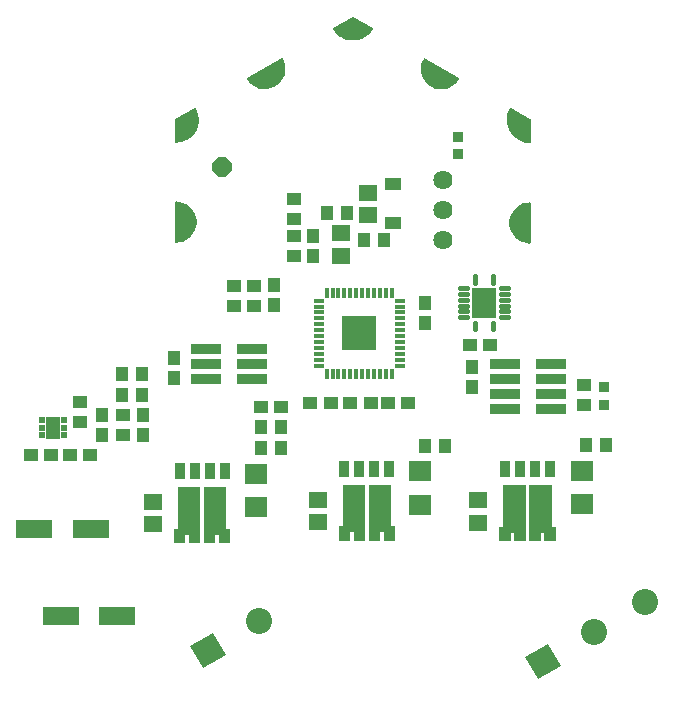
<source format=gbr>
G04 EAGLE Gerber RS-274X export*
G75*
%MOMM*%
%FSLAX34Y34*%
%LPD*%
%INSoldermask Top*%
%IPPOS*%
%AMOC8*
5,1,8,0,0,1.08239X$1,22.5*%
G01*
%ADD10R,0.901600X0.901600*%
%ADD11R,1.201600X1.101600*%
%ADD12C,1.625600*%
%ADD13P,1.759533X8X22.500000*%
%ADD14C,1.101600*%
%ADD15R,0.951600X0.401600*%
%ADD16R,0.401600X0.951600*%
%ADD17R,2.901600X2.901600*%
%ADD18R,0.851600X1.371600*%
%ADD19R,1.601600X1.401600*%
%ADD20R,1.904600X1.701600*%
%ADD21R,1.101600X1.201600*%
%ADD22R,0.551600X0.501600*%
%ADD23R,1.221600X1.821600*%
%ADD24R,3.101600X1.501600*%
%ADD25C,2.201600*%
%ADD26R,2.201600X2.201600*%
%ADD27R,2.501600X0.861600*%
%ADD28C,0.381600*%
%ADD29R,2.151600X2.651600*%
%ADD30R,1.320600X1.015600*%

G36*
X-2346Y76427D02*
X-2346Y76427D01*
X-2352Y76434D01*
X-2345Y76440D01*
X-2345Y83491D01*
X757Y83491D01*
X757Y76440D01*
X793Y76393D01*
X801Y76398D01*
X806Y76391D01*
X10306Y76391D01*
X10354Y76427D01*
X10348Y76434D01*
X10356Y76440D01*
X10356Y123640D01*
X10320Y123687D01*
X10312Y123682D01*
X10306Y123689D01*
X-8644Y123689D01*
X-8691Y123653D01*
X-8685Y123646D01*
X-8693Y123640D01*
X-8693Y88689D01*
X-11894Y88689D01*
X-11941Y88653D01*
X-11935Y88646D01*
X-11943Y88640D01*
X-11943Y76440D01*
X-11907Y76393D01*
X-11900Y76398D01*
X-11894Y76391D01*
X-2394Y76391D01*
X-2346Y76427D01*
G37*
G36*
X23054Y76427D02*
X23054Y76427D01*
X23048Y76434D01*
X23056Y76440D01*
X23056Y83491D01*
X26157Y83491D01*
X26157Y76440D01*
X26193Y76393D01*
X26201Y76398D01*
X26206Y76391D01*
X35706Y76391D01*
X35754Y76427D01*
X35748Y76434D01*
X35756Y76440D01*
X35756Y88640D01*
X35720Y88687D01*
X35712Y88682D01*
X35706Y88689D01*
X32506Y88689D01*
X32506Y123640D01*
X32470Y123687D01*
X32462Y123682D01*
X32456Y123689D01*
X13506Y123689D01*
X13459Y123653D01*
X13465Y123646D01*
X13457Y123640D01*
X13457Y76440D01*
X13493Y76393D01*
X13501Y76398D01*
X13506Y76391D01*
X23006Y76391D01*
X23054Y76427D01*
G37*
G36*
X133544Y76268D02*
X133544Y76268D01*
X133538Y76276D01*
X133546Y76281D01*
X133546Y83332D01*
X136647Y83332D01*
X136647Y76281D01*
X136683Y76234D01*
X136691Y76240D01*
X136696Y76232D01*
X146196Y76232D01*
X146244Y76268D01*
X146238Y76276D01*
X146246Y76281D01*
X146246Y123481D01*
X146210Y123529D01*
X146202Y123523D01*
X146196Y123531D01*
X127246Y123531D01*
X127199Y123495D01*
X127205Y123487D01*
X127197Y123481D01*
X127197Y88531D01*
X123996Y88531D01*
X123949Y88495D01*
X123955Y88487D01*
X123947Y88481D01*
X123947Y76281D01*
X123983Y76234D01*
X123991Y76240D01*
X123996Y76232D01*
X133496Y76232D01*
X133544Y76268D01*
G37*
G36*
X158944Y76268D02*
X158944Y76268D01*
X158938Y76276D01*
X158946Y76281D01*
X158946Y83332D01*
X162047Y83332D01*
X162047Y76281D01*
X162083Y76234D01*
X162091Y76240D01*
X162096Y76232D01*
X171596Y76232D01*
X171644Y76268D01*
X171638Y76276D01*
X171646Y76281D01*
X171646Y88481D01*
X171610Y88529D01*
X171602Y88523D01*
X171596Y88531D01*
X168396Y88531D01*
X168396Y123481D01*
X168360Y123529D01*
X168352Y123523D01*
X168346Y123531D01*
X149396Y123531D01*
X149349Y123495D01*
X149355Y123487D01*
X149347Y123481D01*
X149347Y76281D01*
X149383Y76234D01*
X149391Y76240D01*
X149396Y76232D01*
X158896Y76232D01*
X158944Y76268D01*
G37*
G36*
X-141888Y74363D02*
X-141888Y74363D01*
X-141893Y74371D01*
X-141886Y74376D01*
X-141886Y81427D01*
X-138784Y81427D01*
X-138784Y74376D01*
X-138748Y74329D01*
X-138741Y74335D01*
X-138735Y74327D01*
X-129235Y74327D01*
X-129188Y74363D01*
X-129193Y74371D01*
X-129186Y74376D01*
X-129186Y121576D01*
X-129222Y121624D01*
X-129229Y121618D01*
X-129235Y121626D01*
X-148185Y121626D01*
X-148232Y121590D01*
X-148227Y121582D01*
X-148234Y121576D01*
X-148234Y86626D01*
X-151435Y86626D01*
X-151482Y86590D01*
X-151477Y86582D01*
X-151484Y86576D01*
X-151484Y74376D01*
X-151448Y74329D01*
X-151441Y74335D01*
X-151435Y74327D01*
X-141935Y74327D01*
X-141888Y74363D01*
G37*
G36*
X-116488Y74363D02*
X-116488Y74363D01*
X-116493Y74371D01*
X-116486Y74376D01*
X-116486Y81427D01*
X-113384Y81427D01*
X-113384Y74376D01*
X-113348Y74329D01*
X-113341Y74335D01*
X-113335Y74327D01*
X-103835Y74327D01*
X-103788Y74363D01*
X-103793Y74371D01*
X-103786Y74376D01*
X-103786Y86576D01*
X-103822Y86624D01*
X-103829Y86618D01*
X-103835Y86626D01*
X-107036Y86626D01*
X-107036Y121576D01*
X-107072Y121624D01*
X-107079Y121618D01*
X-107085Y121626D01*
X-126035Y121626D01*
X-126082Y121590D01*
X-126077Y121582D01*
X-126084Y121576D01*
X-126084Y74376D01*
X-126048Y74329D01*
X-126041Y74335D01*
X-126035Y74327D01*
X-116535Y74327D01*
X-116488Y74363D01*
G37*
G36*
X150084Y328125D02*
X150084Y328125D01*
X150155Y328134D01*
X150180Y328148D01*
X150208Y328155D01*
X150266Y328197D01*
X150327Y328232D01*
X150345Y328255D01*
X150369Y328273D01*
X150405Y328334D01*
X150448Y328390D01*
X150455Y328419D01*
X150470Y328444D01*
X150486Y328542D01*
X150497Y328583D01*
X150495Y328594D01*
X150497Y328608D01*
X150475Y362569D01*
X150475Y362572D01*
X150475Y362573D01*
X150471Y362590D01*
X150469Y362598D01*
X150472Y362627D01*
X150449Y362694D01*
X150435Y362764D01*
X150419Y362788D01*
X150410Y362816D01*
X150363Y362869D01*
X150323Y362928D01*
X150298Y362943D01*
X150279Y362965D01*
X150215Y362997D01*
X150155Y363035D01*
X150126Y363040D01*
X150100Y363052D01*
X150001Y363061D01*
X149959Y363068D01*
X149948Y363065D01*
X149934Y363066D01*
X147139Y362833D01*
X147106Y362823D01*
X147058Y362819D01*
X144340Y362129D01*
X144309Y362114D01*
X144262Y362102D01*
X141694Y360974D01*
X141666Y360954D01*
X141622Y360935D01*
X139275Y359399D01*
X139250Y359375D01*
X139210Y359348D01*
X137148Y357448D01*
X137129Y357421D01*
X137115Y357412D01*
X137110Y357403D01*
X137092Y357387D01*
X135371Y355173D01*
X135356Y355142D01*
X135326Y355104D01*
X133993Y352636D01*
X133983Y352603D01*
X133960Y352561D01*
X133051Y349908D01*
X133046Y349873D01*
X133031Y349828D01*
X132571Y347061D01*
X132572Y347026D01*
X132564Y346979D01*
X132566Y344174D01*
X132573Y344140D01*
X132573Y344092D01*
X133036Y341326D01*
X133049Y341294D01*
X133057Y341246D01*
X133969Y338594D01*
X133987Y338565D01*
X134002Y338519D01*
X135339Y336053D01*
X135361Y336027D01*
X135384Y335984D01*
X137108Y333772D01*
X137134Y333750D01*
X137164Y333712D01*
X139228Y331814D01*
X139258Y331796D01*
X139293Y331763D01*
X141642Y330231D01*
X141674Y330218D01*
X141715Y330192D01*
X144284Y329067D01*
X144318Y329059D01*
X144362Y329040D01*
X147081Y328353D01*
X147116Y328352D01*
X147162Y328340D01*
X149957Y328110D01*
X149986Y328113D01*
X150015Y328109D01*
X150084Y328125D01*
G37*
G36*
X-72588Y459043D02*
X-72588Y459043D01*
X-72554Y459051D01*
X-72506Y459053D01*
X-69754Y459592D01*
X-69722Y459605D01*
X-69675Y459615D01*
X-67049Y460600D01*
X-67019Y460618D01*
X-66974Y460635D01*
X-64546Y462039D01*
X-64520Y462062D01*
X-64479Y462086D01*
X-62315Y463870D01*
X-62293Y463897D01*
X-62256Y463928D01*
X-60416Y466044D01*
X-60399Y466074D01*
X-60367Y466110D01*
X-58900Y468500D01*
X-58888Y468533D01*
X-58863Y468574D01*
X-57809Y471173D01*
X-57803Y471207D01*
X-57784Y471252D01*
X-57173Y473989D01*
X-57172Y474023D01*
X-57162Y474070D01*
X-57009Y476871D01*
X-57014Y476905D01*
X-57011Y476953D01*
X-57322Y479740D01*
X-57332Y479773D01*
X-57337Y479821D01*
X-58102Y482519D01*
X-58118Y482550D01*
X-58131Y482597D01*
X-59330Y485132D01*
X-59347Y485156D01*
X-59358Y485183D01*
X-59406Y485234D01*
X-59449Y485291D01*
X-59474Y485306D01*
X-59494Y485327D01*
X-59559Y485356D01*
X-59621Y485392D01*
X-59650Y485395D01*
X-59676Y485407D01*
X-59747Y485408D01*
X-59818Y485417D01*
X-59846Y485409D01*
X-59875Y485409D01*
X-59968Y485374D01*
X-60009Y485363D01*
X-60018Y485356D01*
X-60031Y485351D01*
X-89431Y468351D01*
X-89453Y468332D01*
X-89479Y468319D01*
X-89527Y468266D01*
X-89580Y468219D01*
X-89593Y468193D01*
X-89612Y468171D01*
X-89635Y468104D01*
X-89666Y468040D01*
X-89667Y468011D01*
X-89676Y467983D01*
X-89671Y467912D01*
X-89674Y467841D01*
X-89664Y467814D01*
X-89662Y467785D01*
X-89620Y467694D01*
X-89605Y467655D01*
X-89597Y467647D01*
X-89591Y467634D01*
X-87992Y465330D01*
X-87967Y465306D01*
X-87939Y465267D01*
X-85982Y463258D01*
X-85954Y463238D01*
X-85920Y463204D01*
X-83659Y461544D01*
X-83628Y461530D01*
X-83589Y461501D01*
X-81086Y460237D01*
X-81053Y460227D01*
X-81010Y460206D01*
X-78332Y459370D01*
X-78298Y459367D01*
X-78252Y459352D01*
X-75474Y458969D01*
X-75439Y458971D01*
X-75391Y458964D01*
X-72588Y459043D01*
G37*
G36*
X75963Y458570D02*
X75963Y458570D01*
X76011Y458569D01*
X78789Y458952D01*
X78822Y458964D01*
X78870Y458970D01*
X81547Y459806D01*
X81578Y459822D01*
X81623Y459837D01*
X84127Y461101D01*
X84154Y461123D01*
X84197Y461144D01*
X86458Y462804D01*
X86481Y462829D01*
X86520Y462858D01*
X88477Y464867D01*
X88496Y464896D01*
X88529Y464930D01*
X90129Y467234D01*
X90140Y467261D01*
X90159Y467283D01*
X90179Y467351D01*
X90207Y467417D01*
X90208Y467446D01*
X90216Y467474D01*
X90208Y467545D01*
X90209Y467616D01*
X90197Y467642D01*
X90194Y467671D01*
X90159Y467733D01*
X90132Y467799D01*
X90111Y467819D01*
X90097Y467845D01*
X90020Y467908D01*
X89990Y467938D01*
X89979Y467942D01*
X89969Y467951D01*
X60569Y484951D01*
X60541Y484960D01*
X60517Y484977D01*
X60448Y484992D01*
X60380Y485014D01*
X60351Y485012D01*
X60323Y485018D01*
X60253Y485004D01*
X60182Y484999D01*
X60156Y484985D01*
X60127Y484980D01*
X60069Y484940D01*
X60005Y484907D01*
X59987Y484885D01*
X59963Y484869D01*
X59906Y484787D01*
X59879Y484754D01*
X59875Y484744D01*
X59867Y484732D01*
X58669Y482197D01*
X58661Y482163D01*
X58640Y482119D01*
X57875Y479421D01*
X57872Y479387D01*
X57859Y479340D01*
X57549Y476553D01*
X57551Y476526D01*
X57550Y476521D01*
X57552Y476516D01*
X57546Y476471D01*
X57699Y473670D01*
X57708Y473637D01*
X57710Y473589D01*
X58322Y470852D01*
X58336Y470820D01*
X58346Y470773D01*
X59400Y468174D01*
X59419Y468145D01*
X59437Y468100D01*
X60904Y465710D01*
X60928Y465685D01*
X60953Y465644D01*
X62794Y463528D01*
X62821Y463506D01*
X62853Y463470D01*
X65016Y461686D01*
X65047Y461669D01*
X65084Y461639D01*
X67512Y460235D01*
X67545Y460224D01*
X67586Y460200D01*
X70212Y459215D01*
X70246Y459209D01*
X70291Y459192D01*
X73044Y458653D01*
X73078Y458653D01*
X73126Y458643D01*
X75929Y458564D01*
X75963Y458570D01*
G37*
G36*
X-149658Y328789D02*
X-149658Y328789D01*
X-149644Y328787D01*
X-146850Y329021D01*
X-146816Y329031D01*
X-146768Y329034D01*
X-144050Y329725D01*
X-144019Y329740D01*
X-143972Y329752D01*
X-141405Y330880D01*
X-141376Y330900D01*
X-141332Y330919D01*
X-138985Y332455D01*
X-138961Y332479D01*
X-138920Y332505D01*
X-136858Y334406D01*
X-136847Y334421D01*
X-136835Y334430D01*
X-136824Y334447D01*
X-136802Y334467D01*
X-135081Y336681D01*
X-135066Y336712D01*
X-135036Y336750D01*
X-133703Y339217D01*
X-133693Y339251D01*
X-133670Y339293D01*
X-132761Y341946D01*
X-132757Y341981D01*
X-132741Y342026D01*
X-132281Y344793D01*
X-132282Y344827D01*
X-132274Y344875D01*
X-132276Y347679D01*
X-132283Y347713D01*
X-132283Y347761D01*
X-132746Y350527D01*
X-132759Y350560D01*
X-132767Y350607D01*
X-133679Y353259D01*
X-133697Y353289D01*
X-133712Y353335D01*
X-135049Y355800D01*
X-135071Y355827D01*
X-135094Y355869D01*
X-136818Y358081D01*
X-136844Y358104D01*
X-136874Y358142D01*
X-138938Y360040D01*
X-138968Y360058D01*
X-139003Y360091D01*
X-141352Y361623D01*
X-141384Y361636D01*
X-141425Y361662D01*
X-143994Y362787D01*
X-144028Y362794D01*
X-144072Y362814D01*
X-146791Y363500D01*
X-146826Y363502D01*
X-146872Y363514D01*
X-149667Y363744D01*
X-149696Y363740D01*
X-149725Y363745D01*
X-149794Y363729D01*
X-149865Y363720D01*
X-149890Y363706D01*
X-149919Y363699D01*
X-149976Y363657D01*
X-150037Y363621D01*
X-150055Y363598D01*
X-150079Y363581D01*
X-150115Y363520D01*
X-150158Y363463D01*
X-150165Y363435D01*
X-150180Y363410D01*
X-150196Y363312D01*
X-150207Y363270D01*
X-150205Y363259D01*
X-150208Y363246D01*
X-150185Y329285D01*
X-150179Y329256D01*
X-150182Y329227D01*
X-150160Y329159D01*
X-150145Y329090D01*
X-150129Y329066D01*
X-150120Y329038D01*
X-150073Y328984D01*
X-150033Y328926D01*
X-150008Y328910D01*
X-149989Y328888D01*
X-149925Y328857D01*
X-149865Y328819D01*
X-149836Y328814D01*
X-149810Y328801D01*
X-149711Y328793D01*
X-149669Y328786D01*
X-149658Y328789D01*
G37*
G36*
X150155Y413371D02*
X150155Y413371D01*
X150226Y413380D01*
X150251Y413394D01*
X150279Y413401D01*
X150336Y413443D01*
X150398Y413479D01*
X150416Y413502D01*
X150439Y413519D01*
X150475Y413581D01*
X150519Y413637D01*
X150526Y413665D01*
X150540Y413690D01*
X150557Y413789D01*
X150567Y413830D01*
X150566Y413841D01*
X150568Y413854D01*
X150545Y432894D01*
X150530Y432969D01*
X150521Y433046D01*
X150510Y433066D01*
X150505Y433089D01*
X150462Y433152D01*
X150424Y433219D01*
X150404Y433236D01*
X150393Y433252D01*
X150355Y433276D01*
X150296Y433325D01*
X133819Y442865D01*
X133791Y442874D01*
X133768Y442891D01*
X133698Y442905D01*
X133630Y442928D01*
X133601Y442926D01*
X133573Y442932D01*
X133503Y442918D01*
X133432Y442913D01*
X133406Y442900D01*
X133378Y442894D01*
X133319Y442854D01*
X133255Y442821D01*
X133237Y442799D01*
X133213Y442783D01*
X133156Y442701D01*
X133129Y442668D01*
X133125Y442658D01*
X133118Y442647D01*
X131803Y439877D01*
X131795Y439843D01*
X131775Y439801D01*
X130922Y436856D01*
X130919Y436823D01*
X130906Y436778D01*
X130536Y433734D01*
X130539Y433700D01*
X130533Y433653D01*
X130656Y430590D01*
X130664Y430557D01*
X130666Y430510D01*
X131279Y427506D01*
X131292Y427475D01*
X131302Y427429D01*
X132389Y424562D01*
X132407Y424533D01*
X132423Y424489D01*
X133956Y421834D01*
X133979Y421808D01*
X134002Y421768D01*
X135941Y419392D01*
X135967Y419371D01*
X135997Y419334D01*
X138292Y417301D01*
X138321Y417284D01*
X138356Y417253D01*
X140948Y415614D01*
X140979Y415602D01*
X141019Y415577D01*
X143840Y414375D01*
X143873Y414368D01*
X143916Y414350D01*
X146893Y413616D01*
X146927Y413614D01*
X146972Y413603D01*
X150029Y413356D01*
X150057Y413360D01*
X150086Y413355D01*
X150155Y413371D01*
G37*
G36*
X-149866Y413489D02*
X-149866Y413489D01*
X-149853Y413488D01*
X-146796Y413734D01*
X-146764Y413744D01*
X-146717Y413747D01*
X-143740Y414481D01*
X-143709Y414496D01*
X-143664Y414507D01*
X-140843Y415708D01*
X-140815Y415728D01*
X-140772Y415746D01*
X-138180Y417385D01*
X-138156Y417408D01*
X-138116Y417433D01*
X-135821Y419466D01*
X-135801Y419493D01*
X-135765Y419524D01*
X-133826Y421899D01*
X-133810Y421929D01*
X-133780Y421965D01*
X-132247Y424621D01*
X-132237Y424653D01*
X-132213Y424693D01*
X-131798Y425788D01*
X-131609Y426287D01*
X-131608Y426287D01*
X-131419Y426786D01*
X-131230Y427285D01*
X-131230Y427286D01*
X-131126Y427560D01*
X-131120Y427594D01*
X-131103Y427637D01*
X-130490Y430642D01*
X-130490Y430675D01*
X-130480Y430721D01*
X-130357Y433785D01*
X-130362Y433818D01*
X-130360Y433865D01*
X-130730Y436909D01*
X-130740Y436941D01*
X-130746Y436988D01*
X-131599Y439933D01*
X-131615Y439963D01*
X-131627Y440008D01*
X-132942Y442778D01*
X-132959Y442801D01*
X-132969Y442829D01*
X-133018Y442880D01*
X-133061Y442937D01*
X-133086Y442952D01*
X-133106Y442973D01*
X-133171Y443001D01*
X-133233Y443037D01*
X-133262Y443041D01*
X-133288Y443052D01*
X-133359Y443053D01*
X-133430Y443062D01*
X-133458Y443054D01*
X-133487Y443054D01*
X-133581Y443019D01*
X-133622Y443008D01*
X-133630Y443001D01*
X-133643Y442996D01*
X-150120Y433457D01*
X-150178Y433406D01*
X-150240Y433360D01*
X-150252Y433340D01*
X-150269Y433325D01*
X-150302Y433255D01*
X-150341Y433189D01*
X-150346Y433164D01*
X-150355Y433145D01*
X-150356Y433101D01*
X-150369Y433025D01*
X-150392Y413986D01*
X-150386Y413958D01*
X-150389Y413929D01*
X-150367Y413861D01*
X-150353Y413791D01*
X-150336Y413767D01*
X-150327Y413740D01*
X-150281Y413686D01*
X-150240Y413627D01*
X-150216Y413611D01*
X-150197Y413589D01*
X-150133Y413558D01*
X-150073Y413520D01*
X-150044Y413515D01*
X-150018Y413502D01*
X-149919Y413494D01*
X-149877Y413486D01*
X-149866Y413489D01*
G37*
G36*
X1585Y500062D02*
X1585Y500062D01*
X1632Y500061D01*
X4658Y500553D01*
X4690Y500565D01*
X4736Y500573D01*
X7645Y501544D01*
X7674Y501560D01*
X7719Y501575D01*
X10434Y503000D01*
X10460Y503021D01*
X10502Y503043D01*
X12953Y504885D01*
X12975Y504910D01*
X13013Y504938D01*
X15137Y507149D01*
X15155Y507178D01*
X15188Y507212D01*
X16930Y509735D01*
X16941Y509762D01*
X16959Y509784D01*
X16980Y509852D01*
X17008Y509918D01*
X17008Y509947D01*
X17016Y509975D01*
X17008Y510046D01*
X17008Y510117D01*
X16997Y510143D01*
X16994Y510172D01*
X16959Y510235D01*
X16931Y510300D01*
X16910Y510320D01*
X16896Y510346D01*
X16819Y510409D01*
X16789Y510439D01*
X16778Y510443D01*
X16768Y510451D01*
X268Y519951D01*
X195Y519976D01*
X124Y520007D01*
X101Y520007D01*
X79Y520014D01*
X3Y520008D01*
X-74Y520009D01*
X-99Y520000D01*
X-119Y519999D01*
X-159Y519978D01*
X-230Y519951D01*
X-16730Y510451D01*
X-16752Y510432D01*
X-16778Y510420D01*
X-16826Y510367D01*
X-16879Y510320D01*
X-16892Y510294D01*
X-16911Y510272D01*
X-16935Y510205D01*
X-16965Y510141D01*
X-16967Y510112D01*
X-16976Y510084D01*
X-16971Y510013D01*
X-16975Y509942D01*
X-16965Y509915D01*
X-16963Y509886D01*
X-16920Y509795D01*
X-16905Y509755D01*
X-16898Y509747D01*
X-16892Y509735D01*
X-15150Y507212D01*
X-15126Y507188D01*
X-15100Y507149D01*
X-12976Y504938D01*
X-12948Y504919D01*
X-12915Y504885D01*
X-10464Y503043D01*
X-10433Y503028D01*
X-10396Y503000D01*
X-7681Y501575D01*
X-7649Y501566D01*
X-7607Y501544D01*
X-4699Y500573D01*
X-4665Y500568D01*
X-4621Y500553D01*
X-1594Y500061D01*
X-1561Y500063D01*
X-1514Y500055D01*
X1552Y500055D01*
X1585Y500062D01*
G37*
D10*
X88900Y418663D03*
X88900Y403663D03*
D11*
X-50165Y348688D03*
X-50165Y365688D03*
D12*
X76200Y330994D03*
X76200Y356394D03*
X76200Y381794D03*
D13*
X-111125Y392906D03*
D14*
X19Y511519D03*
X143118Y428893D03*
X-70981Y470419D03*
X71519Y470019D03*
X143041Y345557D03*
X-142942Y429025D03*
X-142751Y346297D03*
D15*
X-28853Y279754D03*
X-28853Y274754D03*
X-28853Y269754D03*
X-28853Y264754D03*
X-28853Y259754D03*
X-28853Y254754D03*
X-28853Y249754D03*
X-28853Y244754D03*
X-28853Y239754D03*
X-28853Y234754D03*
X-28853Y229754D03*
X-28853Y224754D03*
X39648Y224754D03*
X39648Y229754D03*
X39648Y234754D03*
X39648Y239754D03*
X39648Y244754D03*
X39648Y249754D03*
X39648Y254754D03*
X39648Y259754D03*
X39648Y264754D03*
X39648Y269754D03*
X39648Y274754D03*
X39648Y279754D03*
D16*
X32898Y286504D03*
X27898Y286504D03*
X22898Y286504D03*
X17898Y286504D03*
X12898Y286504D03*
X7898Y286504D03*
X2898Y286504D03*
X-2103Y286504D03*
X-7103Y286504D03*
X-12103Y286504D03*
X-17103Y286504D03*
X-22103Y286504D03*
X-22103Y218004D03*
X-17103Y218004D03*
X-12103Y218004D03*
X-7103Y218004D03*
X-2103Y218004D03*
X2898Y218004D03*
X7898Y218004D03*
X12898Y218004D03*
X17898Y218004D03*
X22898Y218004D03*
X27898Y218004D03*
X32898Y218004D03*
D17*
X5398Y252254D03*
D18*
X-133985Y135126D03*
X-121285Y135126D03*
X-108585Y135126D03*
X-146685Y135126D03*
D11*
X29791Y192723D03*
X46791Y192723D03*
X-1960Y192691D03*
X15041Y192691D03*
X-35869Y192786D03*
X-18869Y192786D03*
D19*
X-29369Y92100D03*
X-29369Y111100D03*
D20*
X-81756Y133283D03*
X-81756Y104843D03*
D18*
X5556Y137190D03*
X18256Y137190D03*
X30956Y137190D03*
X-7144Y137190D03*
D19*
X-168910Y90513D03*
X-168910Y109513D03*
D20*
X57150Y135188D03*
X57150Y106748D03*
D18*
X141446Y137031D03*
X154146Y137031D03*
X166846Y137031D03*
X128746Y137031D03*
D19*
X106045Y91783D03*
X106045Y110783D03*
D20*
X194310Y135823D03*
X194310Y107383D03*
D21*
X-60398Y155099D03*
X-77398Y155099D03*
X-77398Y172403D03*
X-60398Y172403D03*
X78033Y156686D03*
X61033Y156686D03*
X214558Y157480D03*
X197558Y157480D03*
D11*
X-77398Y189706D03*
X-60398Y189706D03*
D19*
X-10160Y317843D03*
X-10160Y336843D03*
X13018Y352291D03*
X13018Y371291D03*
D21*
X26121Y331153D03*
X9121Y331153D03*
D11*
X-50165Y334414D03*
X-50165Y317414D03*
D21*
X-5153Y354330D03*
X-22153Y354330D03*
X61532Y277899D03*
X61532Y260899D03*
X-33496Y317255D03*
X-33496Y334255D03*
D11*
X116291Y242411D03*
X99291Y242411D03*
D10*
X212820Y191477D03*
X212820Y206477D03*
D11*
X195739Y191684D03*
X195739Y208684D03*
D21*
X-195190Y199549D03*
X-178190Y199549D03*
X-177483Y165649D03*
X-177483Y182649D03*
X-195349Y217329D03*
X-178349Y217329D03*
D11*
X-255501Y148749D03*
X-272501Y148749D03*
X-239799Y148908D03*
X-222799Y148908D03*
X-230664Y176761D03*
X-230664Y193761D03*
X-194945Y165966D03*
X-194945Y182966D03*
D21*
X-212249Y183284D03*
X-212249Y166284D03*
D22*
X-244750Y165744D03*
X-244750Y172244D03*
X-244750Y178744D03*
X-263250Y178744D03*
X-263250Y172244D03*
X-263250Y165744D03*
D23*
X-254000Y172244D03*
D11*
X-83471Y275536D03*
X-83471Y292536D03*
X-100933Y292377D03*
X-100933Y275377D03*
D21*
X-66485Y275694D03*
X-66485Y292694D03*
D24*
X-199361Y12859D03*
X-247361Y12859D03*
X-221586Y86678D03*
X-269586Y86678D03*
D25*
X204470Y-635D03*
D26*
G36*
X176206Y-29664D02*
X157140Y-40672D01*
X146132Y-21606D01*
X165198Y-10598D01*
X176206Y-29664D01*
G37*
D25*
X247771Y24365D03*
X-79314Y8690D03*
D26*
G36*
X-107579Y-20339D02*
X-126645Y-31347D01*
X-137653Y-12281D01*
X-118587Y-1273D01*
X-107579Y-20339D01*
G37*
D27*
X168090Y226060D03*
X129090Y226060D03*
X168090Y213360D03*
X129090Y213360D03*
X168090Y200660D03*
X129090Y200660D03*
X168090Y187960D03*
X129090Y187960D03*
D21*
X100965Y223765D03*
X100965Y206765D03*
D27*
X-85275Y238760D03*
X-124275Y238760D03*
X-85275Y226060D03*
X-124275Y226060D03*
X-85275Y213360D03*
X-124275Y213360D03*
D21*
X-151130Y231385D03*
X-151130Y214385D03*
D28*
X91025Y265630D02*
X96725Y265630D01*
X96725Y270630D02*
X91025Y270630D01*
X91025Y275630D02*
X96725Y275630D01*
X96725Y280630D02*
X91025Y280630D01*
X91025Y285630D02*
X96725Y285630D01*
X96725Y290630D02*
X91025Y290630D01*
X103625Y295030D02*
X103625Y300730D01*
X118625Y300730D02*
X118625Y295030D01*
X125525Y290630D02*
X131225Y290630D01*
X131225Y285630D02*
X125525Y285630D01*
X125525Y280630D02*
X131225Y280630D01*
X131225Y275630D02*
X125525Y275630D01*
X125525Y270630D02*
X131225Y270630D01*
X131225Y265630D02*
X125525Y265630D01*
X118625Y261230D02*
X118625Y255530D01*
X103625Y255530D02*
X103625Y261230D01*
D29*
X111125Y278130D03*
D30*
X33655Y345570D03*
X33655Y378330D03*
M02*

</source>
